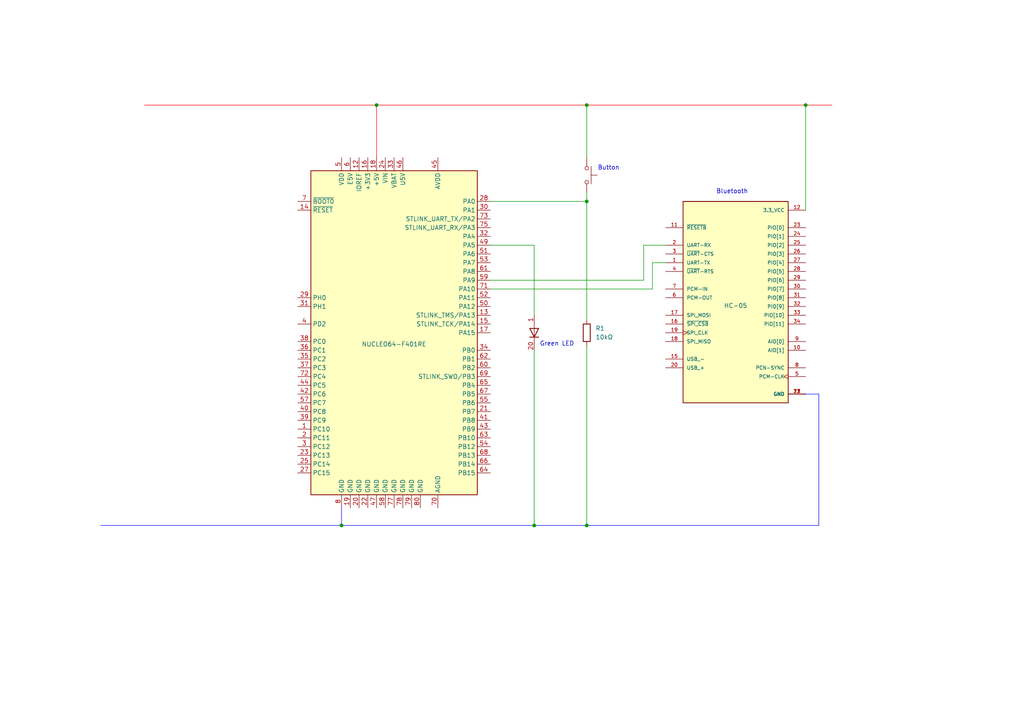
<source format=kicad_sch>
(kicad_sch (version 20231120) (generator "eeschema") (generator_version "8.0")
  (paper "A4")
  (title_block (title "Sender STM32") (date "2024-11-7") (company "Daniel Suzuki & Charlie Zhang"))
  (lib_symbols
    (symbol "Device:R" (pin_numbers hide) (pin_names (offset 0))
      (property "Reference" "R" (at 2.032 0 90))
      (property "Value" "R" (at 0 0 90))
      (symbol "R_0_1"
        (rectangle (start -1.016 -2.54) (end 1.016 2.54) (stroke (width 0.254)))
      )
      (symbol "R_1_1"
        (pin passive line (at 0 3.81 270) (length 1.27) (name "~") (number "1"))
        (pin passive line (at 0 -3.81 90) (length 1.27) (name "~") (number "2"))
      )
    )
    (symbol "HC-05:HC-05" (pin_names (offset 1.016))
      (property "Reference" "U" (at -15.24 31.115 0))
      (property "Value" "HC-05" (at -15.24 -30.48 0))
      (symbol "HC-05_0_0"
        (rectangle (start -15.24 -27.94) (end 15.24 30.48) (stroke (width 0.254)) (fill (type background)))
        (pin output line (at -20.32 12.7 0) (length 5.08) (name "UART-TX") (number "1"))
        (pin bidirectional line (at 20.32 -12.7 180) (length 5.08) (name "AIO[1]") (number "10"))
        (pin input line (at -20.32 22.86 0) (length 5.08) (name "~{RESETB}") (number "11"))
        (pin power_in line (at 20.32 27.94 180) (length 5.08) (name "3.3_VCC") (number "12"))
        (pin power_in line (at 20.32 -25.4 180) (length 5.08) (name "GND") (number "13"))
        (pin bidirectional line (at -20.32 -15.24 0) (length 5.08) (name "USB_-") (number "15"))
        (pin input line (at -20.32 -5.08 0) (length 5.08) (name "~{SPI_CSB}") (number "16"))
        (pin input line (at -20.32 -2.54 0) (length 5.08) (name "SPI_MOSI") (number "17"))
        (pin output line (at -20.32 -10.16 0) (length 5.08) (name "SPI_MISO") (number "18"))
        (pin input clock (at -20.32 -7.62 0) (length 5.08) (name "SPI_CLK") (number "19"))
        (pin input line (at -20.32 17.78 0) (length 5.08) (name "UART-RX") (number "2"))
        (pin bidirectional line (at -20.32 -17.78 0) (length 5.08) (name "USB_+") (number "20"))
        (pin power_in line (at 20.32 -25.4 180) (length 5.08) (name "GND") (number "21"))
        (pin power_in line (at 20.32 -25.4 180) (length 5.08) (name "GND") (number "22"))
        (pin bidirectional line (at 20.32 22.86 180) (length 5.08) (name "PIO[0]") (number "23"))
        (pin bidirectional line (at 20.32 20.32 180) (length 5.08) (name "PIO[1]") (number "24"))
        (pin bidirectional line (at 20.32 17.78 180) (length 5.08) (name "PIO[2]") (number "25"))
        (pin bidirectional line (at 20.32 15.24 180) (length 5.08) (name "PIO[3]") (number "26"))
        (pin bidirectional line (at 20.32 12.7 180) (length 5.08) (name "PIO[4]") (number "27"))
        (pin bidirectional line (at 20.32 10.16 180) (length 5.08) (name "PIO[5]") (number "28"))
        (pin bidirectional line (at 20.32 7.62 180) (length 5.08) (name "PIO[6]") (number "29"))
        (pin input line (at -20.32 15.24 0) (length 5.08) (name "~{UART}-CTS") (number "3"))
        (pin bidirectional line (at 20.32 5.08 180) (length 5.08) (name "PIO[7]") (number "30"))
        (pin bidirectional line (at 20.32 2.54 180) (length 5.08) (name "PIO[8]") (number "31"))
        (pin bidirectional line (at 20.32 0 180) (length 5.08) (name "PIO[9]") (number "32"))
        (pin bidirectional line (at 20.32 -2.54 180) (length 5.08) (name "PIO[10]") (number "33"))
        (pin bidirectional line (at 20.32 -5.08 180) (length 5.08) (name "PIO[11]") (number "34"))
        (pin output line (at -20.32 10.16 0) (length 5.08) (name "~{UART}-RTS") (number "4"))
        (pin bidirectional clock (at 20.32 -20.32 180) (length 5.08) (name "PCM-CLK") (number "5"))
        (pin output line (at -20.32 2.54 0) (length 5.08) (name "PCM-OUT") (number "6"))
        (pin input line (at -20.32 5.08 0) (length 5.08) (name "PCM-IN") (number "7"))
        (pin bidirectional line (at 20.32 -17.78 180) (length 5.08) (name "PCN-SYNC") (number "8"))
        (pin bidirectional line (at 20.32 -10.16 180) (length 5.08) (name "AIO[0]") (number "9"))
      )
    )
    (symbol "LED:HLCP-J100" (pin_names (offset 1.016) hide)
      (property "Reference" "BAR" (at 0 3.81 0))
      (property "Value" "HLCP-J100" (at 0 -3.81 0))
      (symbol "HLCP-J100_0_1"
        (polyline (pts (xy -2.54 0) (xy 2.54 0)))
        (polyline (pts (xy 1.27 -1.27) (xy 1.27 1.27)) (stroke (width 0.254)))
        (polyline (pts (xy -1.27 1.27) (xy -1.27 -1.27) (xy 1.27 0) (xy -1.27 1.27)) (stroke (width 0.254)))
      )
      (symbol "HLCP-J100_1_1"
        (pin passive line (at -5.08 0 0) (length 2.54) (name "A") (number "1"))
        (pin passive line (at 5.08 0 180) (length 2.54) (name "K") (number "20"))
      )
      (symbol "HLCP-J100_2_1"
        (pin passive line (at 5.08 0 180) (length 2.54) (name "K") (number "19"))
        (pin passive line (at -5.08 0 0) (length 2.54) (name "A") (number "2"))
      )
      (symbol "HLCP-J100_3_1"
        (pin passive line (at 5.08 0 180) (length 2.54) (name "K") (number "18"))
        (pin passive line (at -5.08 0 0) (length 2.54) (name "A") (number "3"))
      )
      (symbol "HLCP-J100_4_1"
        (pin passive line (at 5.08 0 180) (length 2.54) (name "K") (number "17"))
        (pin passive line (at -5.08 0 0) (length 2.54) (name "A") (number "4"))
      )
      (symbol "HLCP-J100_5_1"
        (pin passive line (at 5.08 0 180) (length 2.54) (name "K") (number "16"))
        (pin passive line (at -5.08 0 0) (length 2.54) (name "A") (number "5"))
      )
      (symbol "HLCP-J100_6_1"
        (pin passive line (at 5.08 0 180) (length 2.54) (name "K") (number "15"))
        (pin passive line (at -5.08 0 0) (length 2.54) (name "A") (number "6"))
      )
      (symbol "HLCP-J100_7_1"
        (pin passive line (at 5.08 0 180) (length 2.54) (name "K") (number "14"))
        (pin passive line (at -5.08 0 0) (length 2.54) (name "A") (number "7"))
      )
      (symbol "HLCP-J100_8_1"
        (pin passive line (at 5.08 0 180) (length 2.54) (name "K") (number "13"))
        (pin passive line (at -5.08 0 0) (length 2.54) (name "A") (number "8"))
      )
      (symbol "HLCP-J100_9_1"
        (pin passive line (at 5.08 0 180) (length 2.54) (name "K") (number "12"))
        (pin passive line (at -5.08 0 0) (length 2.54) (name "A") (number "9"))
      )
      (symbol "HLCP-J100_10_1"
        (pin passive line (at -5.08 0 0) (length 2.54) (name "A") (number "10"))
        (pin passive line (at 5.08 0 180) (length 2.54) (name "K") (number "11"))
      )
    )
    (symbol "MCU_Module:NUCLEO64-F411RE"
      (property "Reference" "U" (at -17.78 50.165 0))
      (property "Value" "NUCLEO64-F411RE" (at -17.78 48.26 0))
      (symbol "NUCLEO64-F411RE_0_1"
        (rectangle (start -24.13 -46.99) (end 24.13 46.99) (stroke (width 0.254)) (fill (type background)))
      )
      (symbol "NUCLEO64-F411RE_1_1"
        (pin bidirectional line (at -27.94 -27.94 0) (length 3.81) (name "PC10") (number "1"))
        (pin no_connect line (at -24.13 20.32 0) (length 3.81) hide (name "NC") (number "10"))
        (pin no_connect line (at -24.13 15.24 0) (length 3.81) hide (name "NC") (number "11"))
        (pin power_in line (at -10.16 50.8 270) (length 3.81) (name "IOREF") (number "12"))
        (pin bidirectional line (at 27.94 5.08 180) (length 3.81) (name "STLINK_TMS/PA13") (number "13"))
        (pin input line (at -27.94 35.56 0) (length 3.81) (name "~{RESET}") (number "14"))
        (pin bidirectional line (at 27.94 2.54 180) (length 3.81) (name "STLINK_TCK/PA14") (number "15"))
        (pin power_in line (at -7.62 50.8 270) (length 3.81) (name "+3V3") (number "16"))
        (pin bidirectional line (at 27.94 0 180) (length 3.81) (name "PA15") (number "17"))
        (pin power_in line (at -5.08 50.8 270) (length 3.81) (name "+5V") (number "18"))
        (pin power_in line (at -12.7 -50.8 90) (length 3.81) (name "GND") (number "19"))
        (pin bidirectional line (at -27.94 -30.48 0) (length 3.81) (name "PC11") (number "2"))
        (pin power_in line (at -10.16 -50.8 90) (length 3.81) (name "GND") (number "20"))
        (pin bidirectional line (at 27.94 -22.86 180) (length 3.81) (name "PB7") (number "21"))
        (pin power_in line (at -7.62 -50.8 90) (length 3.81) (name "GND") (number "22"))
        (pin bidirectional line (at -27.94 -35.56 0) (length 3.81) (name "PC13") (number "23"))
        (pin power_in line (at -2.54 50.8 270) (length 3.81) (name "VIN") (number "24"))
        (pin bidirectional line (at -27.94 -38.1 0) (length 3.81) (name "PC14") (number "25"))
        (pin no_connect line (at -24.13 22.86 0) (length 3.81) hide (name "NC") (number "26"))
        (pin bidirectional line (at -27.94 -40.64 0) (length 3.81) (name "PC15") (number "27"))
        (pin bidirectional line (at 27.94 38.1 180) (length 3.81) (name "PA0") (number "28"))
        (pin bidirectional line (at -27.94 10.16 0) (length 3.81) (name "PH0") (number "29"))
        (pin bidirectional line (at -27.94 -33.02 0) (length 3.81) (name "PC12") (number "3"))
        (pin bidirectional line (at 27.94 35.56 180) (length 3.81) (name "PA1") (number "30"))
        (pin bidirectional line (at -27.94 7.62 0) (length 3.81) (name "PH1") (number "31"))
        (pin bidirectional line (at 27.94 27.94 180) (length 3.81) (name "PA4") (number "32"))
        (pin power_in line (at 0 50.8 270) (length 3.81) (name "VBAT") (number "33"))
        (pin bidirectional line (at 27.94 -5.08 180) (length 3.81) (name "PB0") (number "34"))
        (pin bidirectional line (at -27.94 -7.62 0) (length 3.81) (name "PC2") (number "35"))
        (pin bidirectional line (at -27.94 -5.08 0) (length 3.81) (name "PC1") (number "36"))
        (pin bidirectional line (at -27.94 -10.16 0) (length 3.81) (name "PC3") (number "37"))
        (pin bidirectional line (at -27.94 -2.54 0) (length 3.81) (name "PC0") (number "38"))
        (pin bidirectional line (at -27.94 -25.4 0) (length 3.81) (name "PC9") (number "39"))
        (pin bidirectional line (at -27.94 2.54 0) (length 3.81) (name "PD2") (number "4"))
        (pin bidirectional line (at -27.94 -22.86 0) (length 3.81) (name "PC8") (number "40"))
        (pin bidirectional line (at 27.94 -25.4 180) (length 3.81) (name "PB8") (number "41"))
        (pin bidirectional line (at -27.94 -17.78 0) (length 3.81) (name "PC6") (number "42"))
        (pin bidirectional line (at 27.94 -27.94 180) (length 3.81) (name "PB9") (number "43"))
        (pin bidirectional line (at -27.94 -15.24 0) (length 3.81) (name "PC5") (number "44"))
        (pin power_in line (at 12.7 50.8 270) (length 3.81) (name "AVDD") (number "45"))
        (pin power_in line (at 2.54 50.8 270) (length 3.81) (name "U5V") (number "46"))
        (pin power_in line (at -5.08 -50.8 90) (length 3.81) (name "GND") (number "47"))
        (pin no_connect line (at -24.13 25.4 0) (length 3.81) hide (name "NC") (number "48"))
        (pin bidirectional line (at 27.94 25.4 180) (length 3.81) (name "PA5") (number "49"))
        (pin power_in line (at -15.24 50.8 270) (length 3.81) (name "VDD") (number "5"))
        (pin bidirectional line (at 27.94 7.62 180) (length 3.81) (name "PA12") (number "50"))
        (pin bidirectional line (at 27.94 22.86 180) (length 3.81) (name "PA6") (number "51"))
        (pin bidirectional line (at 27.94 10.16 180) (length 3.81) (name "PA11") (number "52"))
        (pin bidirectional line (at 27.94 20.32 180) (length 3.81) (name "PA7") (number "53"))
        (pin bidirectional line (at 27.94 -33.02 180) (length 3.81) (name "PB12") (number "54"))
        (pin bidirectional line (at 27.94 -20.32 180) (length 3.81) (name "PB6") (number "55"))
        (pin no_connect line (at -24.13 33.02 0) (length 3.81) hide (name "NC") (number "56"))
        (pin bidirectional line (at -27.94 -20.32 0) (length 3.81) (name "PC7") (number "57"))
        (pin power_in line (at -2.54 -50.8 90) (length 3.81) (name "GND") (number "58"))
        (pin bidirectional line (at 27.94 15.24 180) (length 3.81) (name "PA9") (number "59"))
        (pin power_in line (at -12.7 50.8 270) (length 3.81) (name "E5V") (number "6"))
        (pin bidirectional line (at 27.94 -10.16 180) (length 3.81) (name "PB2") (number "60"))
        (pin bidirectional line (at 27.94 17.78 180) (length 3.81) (name "PA8") (number "61"))
        (pin bidirectional line (at 27.94 -7.62 180) (length 3.81) (name "PB1") (number "62"))
        (pin bidirectional line (at 27.94 -30.48 180) (length 3.81) (name "PB10") (number "63"))
        (pin bidirectional line (at 27.94 -40.64 180) (length 3.81) (name "PB15") (number "64"))
        (pin bidirectional line (at 27.94 -15.24 180) (length 3.81) (name "PB4") (number "65"))
        (pin bidirectional line (at 27.94 -38.1 180) (length 3.81) (name "PB14") (number "66"))
        (pin bidirectional line (at 27.94 -17.78 180) (length 3.81) (name "PB5") (number "67"))
        (pin bidirectional line (at 27.94 -35.56 180) (length 3.81) (name "PB13") (number "68"))
        (pin bidirectional line (at 27.94 -12.7 180) (length 3.81) (name "STLINK_SWO/PB3") (number "69"))
        (pin input line (at -27.94 38.1 0) (length 3.81) (name "~{BOOT0}") (number "7"))
        (pin power_in line (at 12.7 -50.8 90) (length 3.81) (name "AGND") (number "70"))
        (pin bidirectional line (at 27.94 12.7 180) (length 3.81) (name "PA10") (number "71"))
        (pin bidirectional line (at -27.94 -12.7 0) (length 3.81) (name "PC4") (number "72"))
        (pin bidirectional line (at 27.94 33.02 180) (length 3.81) (name "STLINK_UART_TX/PA2") (number "73"))
        (pin no_connect line (at -24.13 30.48 0) (length 3.81) hide (name "NC") (number "74"))
        (pin bidirectional line (at 27.94 30.48 180) (length 3.81) (name "STLINK_UART_RX/PA3") (number "75"))
        (pin no_connect line (at -24.13 27.94 0) (length 3.81) hide (name "NC") (number "76"))
        (pin power_in line (at 0 -50.8 90) (length 3.81) (name "GND") (number "77"))
        (pin power_in line (at 2.54 -50.8 90) (length 3.81) (name "GND") (number "78"))
        (pin power_in line (at 5.08 -50.8 90) (length 3.81) (name "GND") (number "79"))
        (pin power_in line (at -15.24 -50.8 90) (length 3.81) (name "GND") (number "8"))
        (pin power_in line (at 7.62 -50.8 90) (length 3.81) (name "GND") (number "80"))
        (pin no_connect line (at -24.13 17.78 0) (length 3.81) hide (name "NC") (number "9"))
      )
    )
    (symbol "Switch:SW_MEC_5G" (pin_numbers hide) (pin_names (offset 1.016) hide)
      (property "Reference" "SW" (at 1.27 2.54 0))
      (property "Value" "SW_MEC_5G" (at 0 -1.524 0))
      (symbol "SW_MEC_5G_0_1"
        (circle (center -2.032 0) (radius 0.508))
        (polyline (pts (xy 0 1.27) (xy 0 3.048)))
        (polyline (pts (xy 2.54 1.27) (xy -2.54 1.27)))
        (circle (center 2.032 0) (radius 0.508))
        (pin passive line (at -5.08 0 0) (length 2.54) (name "A") (number "1"))
        (pin passive line (at 5.08 0 180) (length 2.54) (name "B") (number "3"))
      )
      (symbol "SW_MEC_5G_1_1"
        (pin passive line (at -5.08 0 0) (length 2.54) hide (name "A") (number "2"))
        (pin passive line (at 5.08 0 180) (length 2.54) hide (name "B") (number "4"))
      )
    )
  )
  (junction (at 170.18 152.4))
  (junction (at 99.06 152.4))
  (junction (at 154.94 152.4))
  (junction (at 233.68 30.48))
  (junction (at 170.18 30.48))
  (junction (at 170.18 58.42))
  (junction (at 109.22 30.48))
  (wire (pts (xy 170.18 55.88) (xy 170.18 58.42)))
  (wire (pts (xy 29.21 152.4) (xy 99.06 152.4)) (stroke (width 0) (color 0 0 255 1)))
  (wire (pts (xy 170.18 58.42) (xy 170.18 92.71)))
  (wire (pts (xy 170.18 30.48) (xy 233.68 30.48)) (stroke (width 0) (color 255 0 0 1)))
  (wire (pts (xy 142.24 58.42) (xy 170.18 58.42)))
  (wire (pts (xy 142.24 71.12) (xy 154.94 71.12)))
  (wire (pts (xy 237.49 152.4) (xy 237.49 114.3)) (stroke (width 0) (color 0 0 255 1)))
  (wire (pts (xy 170.18 152.4) (xy 237.49 152.4)) (stroke (width 0) (color 0 0 255 1)))
  (wire (pts (xy 99.06 152.4) (xy 154.94 152.4)) (stroke (width 0) (color 0 0 255 1)))
  (wire (pts (xy 142.24 81.28) (xy 186.69 81.28)))
  (wire (pts (xy 170.18 100.33) (xy 170.18 152.4)))
  (wire (pts (xy 233.68 114.3) (xy 237.49 114.3)) (stroke (width 0) (color 0 0 255 1)))
  (wire (pts (xy 109.22 30.48) (xy 170.18 30.48)) (stroke (width 0) (color 255 0 0 1)))
  (wire (pts (xy 142.24 83.82) (xy 189.23 83.82)))
  (wire (pts (xy 189.23 76.2) (xy 193.04 76.2)))
  (wire (pts (xy 154.94 71.12) (xy 154.94 91.44)))
  (wire (pts (xy 99.06 147.32) (xy 99.06 152.4)) (stroke (width 0) (color 0 0 255 1)))
  (wire (pts (xy 170.18 30.48) (xy 170.18 45.72)))
  (wire (pts (xy 186.69 71.12) (xy 193.04 71.12)))
  (wire (pts (xy 186.69 81.28) (xy 186.69 71.12)))
  (wire (pts (xy 189.23 83.82) (xy 189.23 76.2)))
  (wire (pts (xy 233.68 30.48) (xy 233.68 60.96)))
  (wire (pts (xy 41.91 30.48) (xy 109.22 30.48)) (stroke (width 0) (color 255 0 0 1)))
  (wire (pts (xy 154.94 152.4) (xy 170.18 152.4)) (stroke (width 0) (color 0 0 255 1)))
  (wire (pts (xy 154.94 101.6) (xy 154.94 152.4)))
  (wire (pts (xy 233.68 30.48) (xy 241.3 30.48)) (stroke (width 0) (color 255 0 0 1)))
  (wire (pts (xy 109.22 30.48) (xy 109.22 45.72)) (stroke (width 0) (color 255 0 0 1)))
  (text "Green LED" (at 161.544 99.822 0) (effects (font (size 1.27 1.27))))
  (text "Button" (at 176.53 48.768 0) (effects (font (size 1.27 1.27))))
  (text "Bluetooth" (at 212.344 55.626 0) (effects (font (size 1.27 1.27))))
  (symbol (lib_id "HC-05:HC-05") (at 213.36 88.9 0) (unit 1)
    (property "Reference" "U2" (effects (hide yes)))
    (property "Value" "HC-05" (at 213.36 88.646 0))
    (property "Footprint" "HC-05:XCVR_HC-05" (effects (hide yes)))
    (property "MF" "ITead Studio" (effects (hide yes)))
    (property "Description_1" "\n                        \n                            Bluetooth to Serial Port Module\n                        \n" (effects (hide yes)))
    (property "Package" "Module ITead Studio" (effects (hide yes)))
    (property "Price" "None" (effects (hide yes)))
    (property "STANDARD" "Manufacturer Recommendations" (effects (hide yes)))
    (property "PARTREV" "v1.0" (effects (hide yes)))
    (property "SnapEDA_Link" "https://www.snapeda.com/parts/HC-05/ITead+Studio/view-part/?ref=snap" (effects (hide yes)))
    (property "MP" "HC-05" (effects (hide yes)))
    (property "Availability" "Not in stock" (effects (hide yes)))
    (property "Check_prices" "https://www.snapeda.com/parts/HC-05/ITead+Studio/view-part/?ref=eda" (effects (hide yes)))
  )
  (symbol (lib_id "Device:R") (at 170.18 96.52 0) (unit 1)
    (property "Reference" "R1" (at 172.72 95.2499 0) (effects (justify left)))
    (property "Value" "10kΩ" (at 172.72 97.7899 0) (effects (justify left)))
    (property "Description" "Resistor" (effects (hide yes)))
  )
  (symbol (lib_id "Switch:SW_MEC_5G") (at 170.18 50.8 270) (unit 1)
    (property "Reference" "SW1" (effects (hide yes)))
    (property "Value" "SW_MEC_5G" (effects (hide yes)))
    (property "Datasheet" "http://www.apem.com/int/index.php?controller=attachment&id_attachment=488" (effects (hide yes)))
    (property "Description" "MEC 5G single pole normally-open tactile switch" (effects (hide yes)))
  )
  (symbol (lib_id "LED:HLCP-J100") (at 154.94 96.52 270) (unit 1)
    (property "Reference" "BAR1" (effects (hide yes)))
    (property "Value" "HLCP-J100" (effects (hide yes)))
    (property "Footprint" "Display:HLCP-J100" (effects (hide yes)))
    (property "Datasheet" "https://docs.broadcom.com/docs/AV02-1798EN" (effects (hide yes)))
    (property "Description" "10-element LED arrays, AIGaAs Red" (effects (hide yes)))
  )
  (symbol (lib_id "MCU_Module:NUCLEO64-F411RE") (at 114.3 96.52 0) (unit 1)
    (property "Reference" "U1" (effects (hide yes)))
    (property "Value" "NUCLEO64-F401RE" (at 104.902 99.822 0) (effects (justify left)))
    (property "Footprint" "Module:ST_Morpho_Connector_144_STLink" (effects (hide yes)))
    (property "Datasheet" "http://www.st.com/st-web-ui/static/active/en/resource/technical/document/data_brief/DM00105918.pdf" (effects (hide yes)))
    (property "Description" "Nucleo 64 Development Board with STM32F411RET6 MCU, 128kB RAM, 512KB FLASH" (effects (hide yes)))
  )
)
</source>
